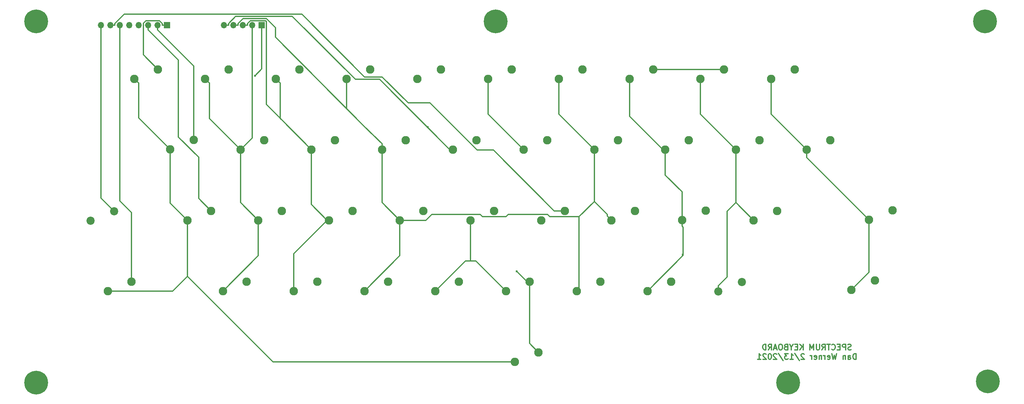
<source format=gbr>
G04 #@! TF.GenerationSoftware,KiCad,Pcbnew,(5.1.5)-3*
G04 #@! TF.CreationDate,2021-02-13T23:02:18-06:00*
G04 #@! TF.ProjectId,SinclairSpectrumKeyboard,53696e63-6c61-4697-9253-706563747275,rev?*
G04 #@! TF.SameCoordinates,Original*
G04 #@! TF.FileFunction,Copper,L2,Bot*
G04 #@! TF.FilePolarity,Positive*
%FSLAX46Y46*%
G04 Gerber Fmt 4.6, Leading zero omitted, Abs format (unit mm)*
G04 Created by KiCad (PCBNEW (5.1.5)-3) date 2021-02-13 23:02:18*
%MOMM*%
%LPD*%
G04 APERTURE LIST*
%ADD10C,0.300000*%
%ADD11C,2.200000*%
%ADD12O,1.700000X1.700000*%
%ADD13R,1.700000X1.700000*%
%ADD14C,6.400000*%
%ADD15C,2.286000*%
%ADD16C,0.600000*%
%ADD17C,0.375000*%
G04 APERTURE END LIST*
D10*
X260892857Y-194832142D02*
X260678571Y-194903571D01*
X260321428Y-194903571D01*
X260178571Y-194832142D01*
X260107142Y-194760714D01*
X260035714Y-194617857D01*
X260035714Y-194475000D01*
X260107142Y-194332142D01*
X260178571Y-194260714D01*
X260321428Y-194189285D01*
X260607142Y-194117857D01*
X260750000Y-194046428D01*
X260821428Y-193975000D01*
X260892857Y-193832142D01*
X260892857Y-193689285D01*
X260821428Y-193546428D01*
X260750000Y-193475000D01*
X260607142Y-193403571D01*
X260250000Y-193403571D01*
X260035714Y-193475000D01*
X259392857Y-194903571D02*
X259392857Y-193403571D01*
X258821428Y-193403571D01*
X258678571Y-193475000D01*
X258607142Y-193546428D01*
X258535714Y-193689285D01*
X258535714Y-193903571D01*
X258607142Y-194046428D01*
X258678571Y-194117857D01*
X258821428Y-194189285D01*
X259392857Y-194189285D01*
X257892857Y-194117857D02*
X257392857Y-194117857D01*
X257178571Y-194903571D02*
X257892857Y-194903571D01*
X257892857Y-193403571D01*
X257178571Y-193403571D01*
X255678571Y-194760714D02*
X255750000Y-194832142D01*
X255964285Y-194903571D01*
X256107142Y-194903571D01*
X256321428Y-194832142D01*
X256464285Y-194689285D01*
X256535714Y-194546428D01*
X256607142Y-194260714D01*
X256607142Y-194046428D01*
X256535714Y-193760714D01*
X256464285Y-193617857D01*
X256321428Y-193475000D01*
X256107142Y-193403571D01*
X255964285Y-193403571D01*
X255750000Y-193475000D01*
X255678571Y-193546428D01*
X255250000Y-193403571D02*
X254392857Y-193403571D01*
X254821428Y-194903571D02*
X254821428Y-193403571D01*
X253035714Y-194903571D02*
X253535714Y-194189285D01*
X253892857Y-194903571D02*
X253892857Y-193403571D01*
X253321428Y-193403571D01*
X253178571Y-193475000D01*
X253107142Y-193546428D01*
X253035714Y-193689285D01*
X253035714Y-193903571D01*
X253107142Y-194046428D01*
X253178571Y-194117857D01*
X253321428Y-194189285D01*
X253892857Y-194189285D01*
X252392857Y-193403571D02*
X252392857Y-194617857D01*
X252321428Y-194760714D01*
X252250000Y-194832142D01*
X252107142Y-194903571D01*
X251821428Y-194903571D01*
X251678571Y-194832142D01*
X251607142Y-194760714D01*
X251535714Y-194617857D01*
X251535714Y-193403571D01*
X250821428Y-194903571D02*
X250821428Y-193403571D01*
X250321428Y-194475000D01*
X249821428Y-193403571D01*
X249821428Y-194903571D01*
X247964285Y-194903571D02*
X247964285Y-193403571D01*
X247107142Y-194903571D02*
X247750000Y-194046428D01*
X247107142Y-193403571D02*
X247964285Y-194260714D01*
X246464285Y-194117857D02*
X245964285Y-194117857D01*
X245750000Y-194903571D02*
X246464285Y-194903571D01*
X246464285Y-193403571D01*
X245750000Y-193403571D01*
X244821428Y-194189285D02*
X244821428Y-194903571D01*
X245321428Y-193403571D02*
X244821428Y-194189285D01*
X244321428Y-193403571D01*
X243321428Y-194117857D02*
X243107142Y-194189285D01*
X243035714Y-194260714D01*
X242964285Y-194403571D01*
X242964285Y-194617857D01*
X243035714Y-194760714D01*
X243107142Y-194832142D01*
X243250000Y-194903571D01*
X243821428Y-194903571D01*
X243821428Y-193403571D01*
X243321428Y-193403571D01*
X243178571Y-193475000D01*
X243107142Y-193546428D01*
X243035714Y-193689285D01*
X243035714Y-193832142D01*
X243107142Y-193975000D01*
X243178571Y-194046428D01*
X243321428Y-194117857D01*
X243821428Y-194117857D01*
X242035714Y-193403571D02*
X241750000Y-193403571D01*
X241607142Y-193475000D01*
X241464285Y-193617857D01*
X241392857Y-193903571D01*
X241392857Y-194403571D01*
X241464285Y-194689285D01*
X241607142Y-194832142D01*
X241750000Y-194903571D01*
X242035714Y-194903571D01*
X242178571Y-194832142D01*
X242321428Y-194689285D01*
X242392857Y-194403571D01*
X242392857Y-193903571D01*
X242321428Y-193617857D01*
X242178571Y-193475000D01*
X242035714Y-193403571D01*
X240821428Y-194475000D02*
X240107142Y-194475000D01*
X240964285Y-194903571D02*
X240464285Y-193403571D01*
X239964285Y-194903571D01*
X238607142Y-194903571D02*
X239107142Y-194189285D01*
X239464285Y-194903571D02*
X239464285Y-193403571D01*
X238892857Y-193403571D01*
X238750000Y-193475000D01*
X238678571Y-193546428D01*
X238607142Y-193689285D01*
X238607142Y-193903571D01*
X238678571Y-194046428D01*
X238750000Y-194117857D01*
X238892857Y-194189285D01*
X239464285Y-194189285D01*
X237964285Y-194903571D02*
X237964285Y-193403571D01*
X237607142Y-193403571D01*
X237392857Y-193475000D01*
X237250000Y-193617857D01*
X237178571Y-193760714D01*
X237107142Y-194046428D01*
X237107142Y-194260714D01*
X237178571Y-194546428D01*
X237250000Y-194689285D01*
X237392857Y-194832142D01*
X237607142Y-194903571D01*
X237964285Y-194903571D01*
X262214285Y-197453571D02*
X262214285Y-195953571D01*
X261857142Y-195953571D01*
X261642857Y-196025000D01*
X261500000Y-196167857D01*
X261428571Y-196310714D01*
X261357142Y-196596428D01*
X261357142Y-196810714D01*
X261428571Y-197096428D01*
X261500000Y-197239285D01*
X261642857Y-197382142D01*
X261857142Y-197453571D01*
X262214285Y-197453571D01*
X260071428Y-197453571D02*
X260071428Y-196667857D01*
X260142857Y-196525000D01*
X260285714Y-196453571D01*
X260571428Y-196453571D01*
X260714285Y-196525000D01*
X260071428Y-197382142D02*
X260214285Y-197453571D01*
X260571428Y-197453571D01*
X260714285Y-197382142D01*
X260785714Y-197239285D01*
X260785714Y-197096428D01*
X260714285Y-196953571D01*
X260571428Y-196882142D01*
X260214285Y-196882142D01*
X260071428Y-196810714D01*
X259357142Y-196453571D02*
X259357142Y-197453571D01*
X259357142Y-196596428D02*
X259285714Y-196525000D01*
X259142857Y-196453571D01*
X258928571Y-196453571D01*
X258785714Y-196525000D01*
X258714285Y-196667857D01*
X258714285Y-197453571D01*
X257000000Y-195953571D02*
X256642857Y-197453571D01*
X256357142Y-196382142D01*
X256071428Y-197453571D01*
X255714285Y-195953571D01*
X254571428Y-197382142D02*
X254714285Y-197453571D01*
X255000000Y-197453571D01*
X255142857Y-197382142D01*
X255214285Y-197239285D01*
X255214285Y-196667857D01*
X255142857Y-196525000D01*
X255000000Y-196453571D01*
X254714285Y-196453571D01*
X254571428Y-196525000D01*
X254500000Y-196667857D01*
X254500000Y-196810714D01*
X255214285Y-196953571D01*
X253857142Y-197453571D02*
X253857142Y-196453571D01*
X253857142Y-196739285D02*
X253785714Y-196596428D01*
X253714285Y-196525000D01*
X253571428Y-196453571D01*
X253428571Y-196453571D01*
X252928571Y-196453571D02*
X252928571Y-197453571D01*
X252928571Y-196596428D02*
X252857142Y-196525000D01*
X252714285Y-196453571D01*
X252500000Y-196453571D01*
X252357142Y-196525000D01*
X252285714Y-196667857D01*
X252285714Y-197453571D01*
X251000000Y-197382142D02*
X251142857Y-197453571D01*
X251428571Y-197453571D01*
X251571428Y-197382142D01*
X251642857Y-197239285D01*
X251642857Y-196667857D01*
X251571428Y-196525000D01*
X251428571Y-196453571D01*
X251142857Y-196453571D01*
X251000000Y-196525000D01*
X250928571Y-196667857D01*
X250928571Y-196810714D01*
X251642857Y-196953571D01*
X250285714Y-197453571D02*
X250285714Y-196453571D01*
X250285714Y-196739285D02*
X250214285Y-196596428D01*
X250142857Y-196525000D01*
X250000000Y-196453571D01*
X249857142Y-196453571D01*
X248285714Y-196096428D02*
X248214285Y-196025000D01*
X248071428Y-195953571D01*
X247714285Y-195953571D01*
X247571428Y-196025000D01*
X247500000Y-196096428D01*
X247428571Y-196239285D01*
X247428571Y-196382142D01*
X247500000Y-196596428D01*
X248357142Y-197453571D01*
X247428571Y-197453571D01*
X245714285Y-195882142D02*
X247000000Y-197810714D01*
X244428571Y-197453571D02*
X245285714Y-197453571D01*
X244857142Y-197453571D02*
X244857142Y-195953571D01*
X245000000Y-196167857D01*
X245142857Y-196310714D01*
X245285714Y-196382142D01*
X243928571Y-195953571D02*
X243000000Y-195953571D01*
X243500000Y-196525000D01*
X243285714Y-196525000D01*
X243142857Y-196596428D01*
X243071428Y-196667857D01*
X243000000Y-196810714D01*
X243000000Y-197167857D01*
X243071428Y-197310714D01*
X243142857Y-197382142D01*
X243285714Y-197453571D01*
X243714285Y-197453571D01*
X243857142Y-197382142D01*
X243928571Y-197310714D01*
X241285714Y-195882142D02*
X242571428Y-197810714D01*
X240857142Y-196096428D02*
X240785714Y-196025000D01*
X240642857Y-195953571D01*
X240285714Y-195953571D01*
X240142857Y-196025000D01*
X240071428Y-196096428D01*
X240000000Y-196239285D01*
X240000000Y-196382142D01*
X240071428Y-196596428D01*
X240928571Y-197453571D01*
X240000000Y-197453571D01*
X239071428Y-195953571D02*
X238928571Y-195953571D01*
X238785714Y-196025000D01*
X238714285Y-196096428D01*
X238642857Y-196239285D01*
X238571428Y-196525000D01*
X238571428Y-196882142D01*
X238642857Y-197167857D01*
X238714285Y-197310714D01*
X238785714Y-197382142D01*
X238928571Y-197453571D01*
X239071428Y-197453571D01*
X239214285Y-197382142D01*
X239285714Y-197310714D01*
X239357142Y-197167857D01*
X239428571Y-196882142D01*
X239428571Y-196525000D01*
X239357142Y-196239285D01*
X239285714Y-196096428D01*
X239214285Y-196025000D01*
X239071428Y-195953571D01*
X238000000Y-196096428D02*
X237928571Y-196025000D01*
X237785714Y-195953571D01*
X237428571Y-195953571D01*
X237285714Y-196025000D01*
X237214285Y-196096428D01*
X237142857Y-196239285D01*
X237142857Y-196382142D01*
X237214285Y-196596428D01*
X238071428Y-197453571D01*
X237142857Y-197453571D01*
X235714285Y-197453571D02*
X236571428Y-197453571D01*
X236142857Y-197453571D02*
X236142857Y-195953571D01*
X236285714Y-196167857D01*
X236428571Y-196310714D01*
X236571428Y-196382142D01*
D11*
X225150000Y-179190000D03*
X231500000Y-176650000D03*
X56150000Y-160140000D03*
X62500000Y-157600000D03*
D12*
X92040000Y-107500000D03*
X94580000Y-107500000D03*
X97120000Y-107500000D03*
X99660000Y-107500000D03*
D13*
X102200000Y-107500000D03*
D12*
X58920000Y-107500000D03*
X61460000Y-107500000D03*
X64000000Y-107500000D03*
X66540000Y-107500000D03*
X69080000Y-107500000D03*
X71620000Y-107500000D03*
X74160000Y-107500000D03*
D13*
X76700000Y-107500000D03*
D14*
X165200000Y-106500000D03*
X41529000Y-203708000D03*
X297700000Y-203400000D03*
X41529000Y-106500000D03*
X243967000Y-203708000D03*
X296900000Y-106500000D03*
D15*
X245745000Y-119380000D03*
X239395000Y-121920000D03*
X74295000Y-119380000D03*
X67945000Y-121920000D03*
X93345000Y-119380000D03*
X86995000Y-121920000D03*
X112395000Y-119380000D03*
X106045000Y-121920000D03*
X131445000Y-119380000D03*
X125095000Y-121920000D03*
X150495000Y-119380000D03*
X144145000Y-121920000D03*
X169545000Y-119380000D03*
X163195000Y-121920000D03*
X188595000Y-119380000D03*
X182245000Y-121920000D03*
X207645000Y-119380000D03*
X201295000Y-121920000D03*
X226695000Y-119380000D03*
X220345000Y-121920000D03*
X88582500Y-157480000D03*
X82232500Y-160020000D03*
X174308000Y-176530000D03*
X167958000Y-179070000D03*
X136208000Y-176530000D03*
X129858000Y-179070000D03*
X126682000Y-157480000D03*
X120332000Y-160020000D03*
X121920000Y-138430000D03*
X115570000Y-140970000D03*
X145732000Y-157480000D03*
X139382000Y-160020000D03*
X164782000Y-157480000D03*
X158432000Y-160020000D03*
X183832000Y-157480000D03*
X177482000Y-160020000D03*
X217170000Y-138430000D03*
X210820000Y-140970000D03*
X221740000Y-157420000D03*
X215390000Y-159960000D03*
X202740000Y-157480000D03*
X196390000Y-160020000D03*
X240982000Y-157480000D03*
X234632000Y-160020000D03*
X212408000Y-176530000D03*
X206058000Y-179070000D03*
X193358000Y-176530000D03*
X187008000Y-179070000D03*
X236220000Y-138430000D03*
X229870000Y-140970000D03*
X255270000Y-138430000D03*
X248920000Y-140970000D03*
X83940000Y-138420000D03*
X77590000Y-140960000D03*
X140970000Y-138430000D03*
X134620000Y-140970000D03*
X107632000Y-157480000D03*
X101282000Y-160020000D03*
X160020000Y-138430000D03*
X153670000Y-140970000D03*
X198120000Y-138430000D03*
X191770000Y-140970000D03*
X155258000Y-176530000D03*
X148908000Y-179070000D03*
X102870000Y-138430000D03*
X96520000Y-140970000D03*
X117158000Y-176530000D03*
X110808000Y-179070000D03*
X179070000Y-138430000D03*
X172720000Y-140970000D03*
X98107500Y-176530000D03*
X91757500Y-179070000D03*
X67151200Y-176530000D03*
X60801200Y-179070000D03*
X265690000Y-159860000D03*
X272040000Y-157320000D03*
X176689000Y-195580000D03*
X170339000Y-198120000D03*
X267340000Y-176220000D03*
X260990000Y-178760000D03*
D16*
X170867100Y-173737500D03*
X146900000Y-134900000D03*
X215600000Y-169300000D03*
X100387300Y-121090100D03*
D17*
X58920000Y-107500000D02*
X58920000Y-154020000D01*
X58920000Y-154020000D02*
X62500000Y-157600000D01*
X174308000Y-176530000D02*
X173659600Y-176530000D01*
X173659600Y-176530000D02*
X170867100Y-173737500D01*
X176689000Y-195580000D02*
X174308000Y-193199000D01*
X174308000Y-193199000D02*
X174308000Y-176530000D01*
X61460000Y-107500000D02*
X62697800Y-107500000D01*
X183832000Y-157480000D02*
X180959400Y-157480000D01*
X180959400Y-157480000D02*
X164607600Y-141128200D01*
X164607600Y-141128200D02*
X160178200Y-141128200D01*
X160178200Y-141128200D02*
X147467700Y-128417700D01*
X147467700Y-128417700D02*
X141636200Y-128417700D01*
X141636200Y-128417700D02*
X134628800Y-121410300D01*
X134628800Y-121410300D02*
X129914100Y-121410300D01*
X129914100Y-121410300D02*
X113026300Y-104522500D01*
X113026300Y-104522500D02*
X65211100Y-104522500D01*
X65211100Y-104522500D02*
X62697800Y-107035800D01*
X62697800Y-107035800D02*
X62697800Y-107500000D01*
X67151200Y-176530000D02*
X67151200Y-157961200D01*
X67151200Y-157961200D02*
X64000000Y-154810000D01*
X64000000Y-154810000D02*
X64000000Y-107500000D01*
X207645000Y-119380000D02*
X226695000Y-119380000D01*
X71620000Y-108737800D02*
X79774400Y-116892200D01*
X79774400Y-116892200D02*
X79774400Y-137589500D01*
X79774400Y-137589500D02*
X85241200Y-143056300D01*
X85241200Y-143056300D02*
X85241200Y-154138700D01*
X85241200Y-154138700D02*
X88582500Y-157480000D01*
X71620000Y-107500000D02*
X71620000Y-108737800D01*
X74160000Y-107500000D02*
X74160000Y-108737800D01*
X83940000Y-138420000D02*
X83940000Y-118517800D01*
X83940000Y-118517800D02*
X74160000Y-108737800D01*
X76700000Y-107500000D02*
X75462200Y-107500000D01*
X74295000Y-119380000D02*
X70350000Y-115435000D01*
X70350000Y-115435000D02*
X70350000Y-106950000D01*
X70350000Y-106950000D02*
X71037800Y-106262200D01*
X71037800Y-106262200D02*
X74688700Y-106262200D01*
X74688700Y-106262200D02*
X75462200Y-107035700D01*
X75462200Y-107035700D02*
X75462200Y-107500000D01*
X93277800Y-107500000D02*
X93277800Y-107035700D01*
X93277800Y-107035700D02*
X95213000Y-105100500D01*
X95213000Y-105100500D02*
X110459800Y-105100500D01*
X110459800Y-105100500D02*
X127437500Y-122078200D01*
X127437500Y-122078200D02*
X133983700Y-122078200D01*
X133983700Y-122078200D02*
X152875500Y-140970000D01*
X152875500Y-140970000D02*
X153670000Y-140970000D01*
X158432000Y-170936500D02*
X157041500Y-170936500D01*
X157041500Y-170936500D02*
X148908000Y-179070000D01*
X167958000Y-179070000D02*
X159824500Y-170936500D01*
X159824500Y-170936500D02*
X158432000Y-170936500D01*
X158432000Y-170936500D02*
X158432000Y-160020000D01*
X92040000Y-107500000D02*
X93277800Y-107500000D01*
X172720000Y-140970000D02*
X163195000Y-131445000D01*
X163195000Y-131445000D02*
X163195000Y-121920000D01*
X191770000Y-154936900D02*
X187661000Y-159045900D01*
X191770000Y-140970000D02*
X191770000Y-154936900D01*
X187661000Y-159045900D02*
X179776100Y-159045900D01*
X179776100Y-159045900D02*
X179171100Y-158440900D01*
X179171100Y-158440900D02*
X168588500Y-158440900D01*
X168588500Y-158440900D02*
X168008700Y-159020700D01*
X168008700Y-159020700D02*
X161626500Y-159020700D01*
X161626500Y-159020700D02*
X161027200Y-158421400D01*
X161027200Y-158421400D02*
X148022000Y-158421400D01*
X148022000Y-158421400D02*
X146423400Y-160020000D01*
X146423400Y-160020000D02*
X139382000Y-160020000D01*
X187008000Y-179070000D02*
X187661000Y-178417000D01*
X187661000Y-178417000D02*
X187661000Y-159045900D01*
X182245000Y-121920000D02*
X182245000Y-131445000D01*
X182245000Y-131445000D02*
X191770000Y-140970000D01*
X134620000Y-140970000D02*
X134620000Y-155258000D01*
X134620000Y-155258000D02*
X139382000Y-160020000D01*
X95817800Y-107500000D02*
X95817800Y-107035800D01*
X95817800Y-107035800D02*
X97177700Y-105675900D01*
X97177700Y-105675900D02*
X103486900Y-105675900D01*
X103486900Y-105675900D02*
X105958200Y-108147200D01*
X105958200Y-108147200D02*
X105958200Y-110725300D01*
X134620000Y-139387100D02*
X134620000Y-140970000D01*
X129858000Y-179070000D02*
X139382000Y-169546000D01*
X139382000Y-169546000D02*
X139382000Y-160020000D01*
X94580000Y-107500000D02*
X95817800Y-107500000D01*
X125095000Y-129995000D02*
X129900000Y-134800000D01*
X125095000Y-121920000D02*
X125095000Y-129995000D01*
X105958200Y-110725300D02*
X129900000Y-134800000D01*
X129900000Y-134800000D02*
X134620000Y-139387100D01*
X195247001Y-158413901D02*
X191770000Y-154936900D01*
X195247001Y-158877001D02*
X195247001Y-158413901D01*
X196390000Y-160020000D02*
X195247001Y-158877001D01*
X210268200Y-140970000D02*
X210820000Y-140970000D01*
X210268200Y-140970000D02*
X201295000Y-131996800D01*
X201295000Y-131996800D02*
X201295000Y-121920000D01*
X97120000Y-107500000D02*
X98357800Y-107500000D01*
X103437800Y-128837800D02*
X103437800Y-106489300D01*
X103437800Y-106489300D02*
X103210700Y-106262200D01*
X103210700Y-106262200D02*
X99131300Y-106262200D01*
X99131300Y-106262200D02*
X98357800Y-107035700D01*
X98357800Y-107035700D02*
X98357800Y-107500000D01*
X119838400Y-160020000D02*
X115570000Y-155751600D01*
X115570000Y-155751600D02*
X115570000Y-140970000D01*
X119838400Y-160020000D02*
X120332000Y-160020000D01*
X110808000Y-179070000D02*
X110808000Y-169050400D01*
X110808000Y-169050400D02*
X119838400Y-160020000D01*
X107187999Y-132587999D02*
X107500000Y-132900000D01*
X107187999Y-123062999D02*
X107187999Y-132587999D01*
X106045000Y-121920000D02*
X107187999Y-123062999D01*
X115570000Y-140970000D02*
X107500000Y-132900000D01*
X107500000Y-132900000D02*
X103437800Y-128837800D01*
X210820000Y-140970000D02*
X210820000Y-147820000D01*
X215390000Y-152390000D02*
X215390000Y-159960000D01*
X210820000Y-147820000D02*
X215390000Y-152390000D01*
X215390000Y-161576446D02*
X215700000Y-161886446D01*
X215390000Y-159960000D02*
X215390000Y-161576446D01*
X215700000Y-169428000D02*
X206058000Y-179070000D01*
X215700000Y-161886446D02*
X215700000Y-169428000D01*
X96520000Y-140970000D02*
X99660000Y-137830000D01*
X99660000Y-137830000D02*
X99660000Y-107500000D01*
X101282000Y-160020000D02*
X96520000Y-155258000D01*
X96520000Y-155258000D02*
X96520000Y-140970000D01*
X91757500Y-179070000D02*
X101282000Y-169545500D01*
X101282000Y-169545500D02*
X101282000Y-160020000D01*
X229870000Y-140970000D02*
X220345000Y-131445000D01*
X220345000Y-131445000D02*
X220345000Y-121920000D01*
X234632000Y-160020000D02*
X229870000Y-155258000D01*
X229870000Y-155258000D02*
X229870000Y-140970000D01*
X88137999Y-132587999D02*
X95377001Y-139827001D01*
X88137999Y-123062999D02*
X88137999Y-132587999D01*
X95377001Y-139827001D02*
X96520000Y-140970000D01*
X86995000Y-121920000D02*
X88137999Y-123062999D01*
X225150000Y-177634366D02*
X227520000Y-175264366D01*
X225150000Y-179190000D02*
X225150000Y-177634366D01*
X227520000Y-157608000D02*
X229870000Y-155258000D01*
X227520000Y-175264366D02*
X227520000Y-157608000D01*
X82232500Y-175120500D02*
X82232500Y-160020000D01*
X170339000Y-198120000D02*
X105232000Y-198120000D01*
X105232000Y-198120000D02*
X82232500Y-175120500D01*
X60801200Y-179070000D02*
X78283000Y-179070000D01*
X78283000Y-179070000D02*
X82232500Y-175120500D01*
X82232500Y-160020000D02*
X77590000Y-155377500D01*
X77590000Y-155377500D02*
X77590000Y-140960000D01*
X100387300Y-121090100D02*
X102200000Y-119277400D01*
X102200000Y-119277400D02*
X102200000Y-107500000D01*
X248920000Y-140970000D02*
X239395000Y-131445000D01*
X239395000Y-131445000D02*
X239395000Y-121920000D01*
X265690000Y-159860000D02*
X248920000Y-143090000D01*
X248920000Y-143090000D02*
X248920000Y-140970000D01*
X260990000Y-178760000D02*
X265690000Y-174060000D01*
X265690000Y-174060000D02*
X265690000Y-159860000D01*
X76447001Y-139817001D02*
X77590000Y-140960000D01*
X69087999Y-123062999D02*
X69087999Y-132457999D01*
X69087999Y-132457999D02*
X76447001Y-139817001D01*
X67945000Y-121920000D02*
X69087999Y-123062999D01*
M02*

</source>
